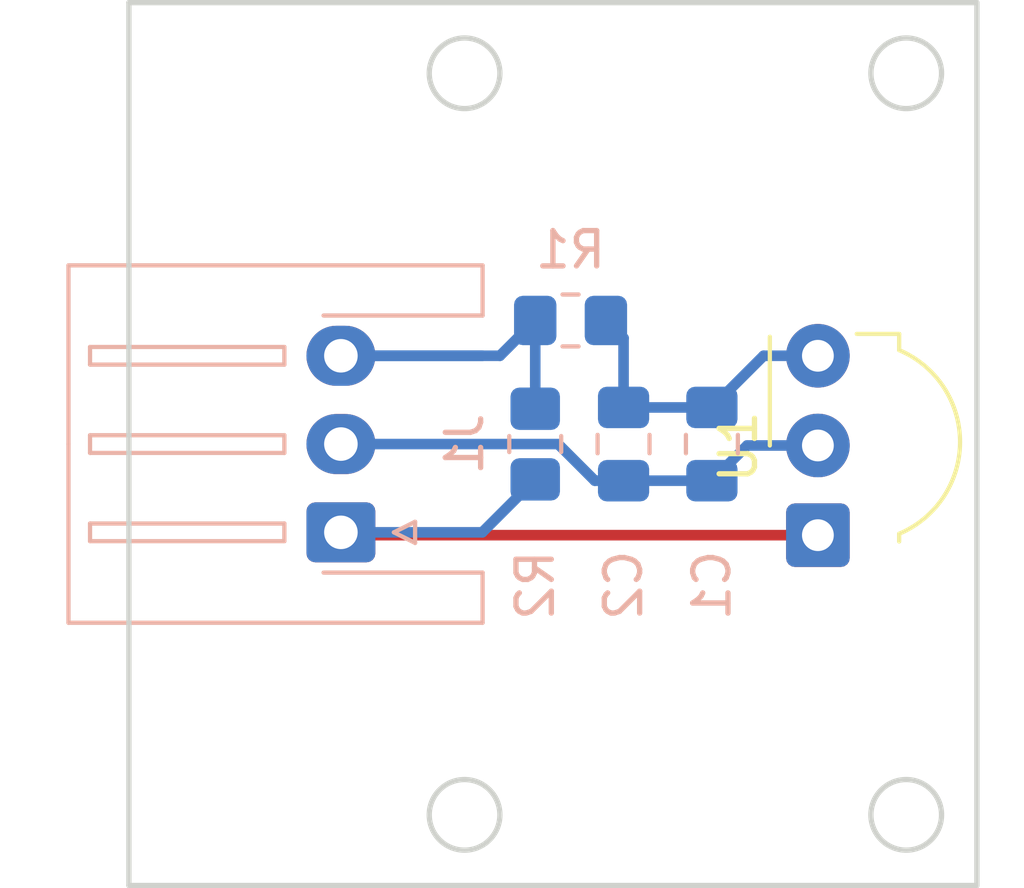
<source format=kicad_pcb>
(kicad_pcb (version 20171130) (host pcbnew 5.1.9-1.fc33)

  (general
    (thickness 1.6)
    (drawings 18)
    (tracks 19)
    (zones 0)
    (modules 6)
    (nets 5)
  )

  (page A4)
  (layers
    (0 F.Cu signal)
    (31 B.Cu signal)
    (32 B.Adhes user)
    (33 F.Adhes user)
    (34 B.Paste user)
    (35 F.Paste user)
    (36 B.SilkS user)
    (37 F.SilkS user)
    (38 B.Mask user)
    (39 F.Mask user)
    (40 Dwgs.User user)
    (41 Cmts.User user)
    (42 Eco1.User user)
    (43 Eco2.User user)
    (44 Edge.Cuts user)
    (45 Margin user)
    (46 B.CrtYd user)
    (47 F.CrtYd user)
    (48 B.Fab user)
    (49 F.Fab user)
  )

  (setup
    (last_trace_width 0.3)
    (trace_clearance 0.2)
    (zone_clearance 0.508)
    (zone_45_only no)
    (trace_min 0.2)
    (via_size 0.8)
    (via_drill 0.4)
    (via_min_size 0.4)
    (via_min_drill 0.3)
    (uvia_size 0.3)
    (uvia_drill 0.1)
    (uvias_allowed no)
    (uvia_min_size 0.2)
    (uvia_min_drill 0.1)
    (edge_width 0.05)
    (segment_width 0.2)
    (pcb_text_width 0.3)
    (pcb_text_size 1.5 1.5)
    (mod_edge_width 0.12)
    (mod_text_size 1 1)
    (mod_text_width 0.15)
    (pad_size 1.524 1.524)
    (pad_drill 0.762)
    (pad_to_mask_clearance 0)
    (aux_axis_origin 0 0)
    (visible_elements FFFFFF7F)
    (pcbplotparams
      (layerselection 0x010fc_ffffffff)
      (usegerberextensions false)
      (usegerberattributes true)
      (usegerberadvancedattributes true)
      (creategerberjobfile true)
      (excludeedgelayer true)
      (linewidth 0.100000)
      (plotframeref false)
      (viasonmask false)
      (mode 1)
      (useauxorigin false)
      (hpglpennumber 1)
      (hpglpenspeed 20)
      (hpglpendiameter 15.000000)
      (psnegative false)
      (psa4output false)
      (plotreference true)
      (plotvalue true)
      (plotinvisibletext false)
      (padsonsilk false)
      (subtractmaskfromsilk false)
      (outputformat 1)
      (mirror false)
      (drillshape 1)
      (scaleselection 1)
      (outputdirectory ""))
  )

  (net 0 "")
  (net 1 "Net-(C1-Pad1)")
  (net 2 "Net-(C1-Pad2)")
  (net 3 "Net-(J1-Pad1)")
  (net 4 "Net-(J1-Pad3)")

  (net_class Default "This is the default net class."
    (clearance 0.2)
    (trace_width 0.3)
    (via_dia 0.8)
    (via_drill 0.4)
    (uvia_dia 0.3)
    (uvia_drill 0.1)
    (add_net "Net-(C1-Pad1)")
    (add_net "Net-(C1-Pad2)")
    (add_net "Net-(J1-Pad1)")
    (add_net "Net-(J1-Pad3)")
  )

  (module Connector_JST:JST_XH_S3B-XH-A-1_1x03_P2.50mm_Horizontal (layer B.Cu) (tedit 5C281476) (tstamp 6071011D)
    (at 48 80 90)
    (descr "JST XH series connector, S3B-XH-A-1 (http://www.jst-mfg.com/product/pdf/eng/eXH.pdf), generated with kicad-footprint-generator")
    (tags "connector JST XH horizontal")
    (path /60714C92)
    (fp_text reference J1 (at 2.5 3.5 270) (layer B.SilkS)
      (effects (font (size 1 1) (thickness 0.15)) (justify mirror))
    )
    (fp_text value Conn_01x03_Male (at 2.5 -8.8 270) (layer B.Fab)
      (effects (font (size 1 1) (thickness 0.15)) (justify mirror))
    )
    (fp_line (start 0 0.4) (end 0.625 -0.6) (layer B.Fab) (width 0.1))
    (fp_line (start -0.625 -0.6) (end 0 0.4) (layer B.Fab) (width 0.1))
    (fp_line (start 0.3 2.1) (end 0 1.5) (layer B.SilkS) (width 0.12))
    (fp_line (start -0.3 2.1) (end 0.3 2.1) (layer B.SilkS) (width 0.12))
    (fp_line (start 0 1.5) (end -0.3 2.1) (layer B.SilkS) (width 0.12))
    (fp_line (start 5.25 -1.6) (end 4.75 -1.6) (layer B.SilkS) (width 0.12))
    (fp_line (start 5.25 -7.1) (end 5.25 -1.6) (layer B.SilkS) (width 0.12))
    (fp_line (start 4.75 -7.1) (end 5.25 -7.1) (layer B.SilkS) (width 0.12))
    (fp_line (start 4.75 -1.6) (end 4.75 -7.1) (layer B.SilkS) (width 0.12))
    (fp_line (start 2.75 -1.6) (end 2.25 -1.6) (layer B.SilkS) (width 0.12))
    (fp_line (start 2.75 -7.1) (end 2.75 -1.6) (layer B.SilkS) (width 0.12))
    (fp_line (start 2.25 -7.1) (end 2.75 -7.1) (layer B.SilkS) (width 0.12))
    (fp_line (start 2.25 -1.6) (end 2.25 -7.1) (layer B.SilkS) (width 0.12))
    (fp_line (start 0.25 -1.6) (end -0.25 -1.6) (layer B.SilkS) (width 0.12))
    (fp_line (start 0.25 -7.1) (end 0.25 -1.6) (layer B.SilkS) (width 0.12))
    (fp_line (start -0.25 -7.1) (end 0.25 -7.1) (layer B.SilkS) (width 0.12))
    (fp_line (start -0.25 -1.6) (end -0.25 -7.1) (layer B.SilkS) (width 0.12))
    (fp_line (start 6.25 -0.6) (end 2.5 -0.6) (layer B.Fab) (width 0.1))
    (fp_line (start 6.25 3.9) (end 6.25 -0.6) (layer B.Fab) (width 0.1))
    (fp_line (start 7.45 3.9) (end 6.25 3.9) (layer B.Fab) (width 0.1))
    (fp_line (start 7.45 -7.6) (end 7.45 3.9) (layer B.Fab) (width 0.1))
    (fp_line (start 2.5 -7.6) (end 7.45 -7.6) (layer B.Fab) (width 0.1))
    (fp_line (start -1.25 -0.6) (end 2.5 -0.6) (layer B.Fab) (width 0.1))
    (fp_line (start -1.25 3.9) (end -1.25 -0.6) (layer B.Fab) (width 0.1))
    (fp_line (start -2.45 3.9) (end -1.25 3.9) (layer B.Fab) (width 0.1))
    (fp_line (start -2.45 -7.6) (end -2.45 3.9) (layer B.Fab) (width 0.1))
    (fp_line (start 2.5 -7.6) (end -2.45 -7.6) (layer B.Fab) (width 0.1))
    (fp_line (start 6.14 4.01) (end 6.14 -0.49) (layer B.SilkS) (width 0.12))
    (fp_line (start 7.56 4.01) (end 6.14 4.01) (layer B.SilkS) (width 0.12))
    (fp_line (start 7.56 -7.71) (end 7.56 4.01) (layer B.SilkS) (width 0.12))
    (fp_line (start 2.5 -7.71) (end 7.56 -7.71) (layer B.SilkS) (width 0.12))
    (fp_line (start -1.14 4.01) (end -1.14 -0.49) (layer B.SilkS) (width 0.12))
    (fp_line (start -2.56 4.01) (end -1.14 4.01) (layer B.SilkS) (width 0.12))
    (fp_line (start -2.56 -7.71) (end -2.56 4.01) (layer B.SilkS) (width 0.12))
    (fp_line (start 2.5 -7.71) (end -2.56 -7.71) (layer B.SilkS) (width 0.12))
    (fp_line (start 7.95 4.4) (end -2.95 4.4) (layer B.CrtYd) (width 0.05))
    (fp_line (start 7.95 -8.1) (end 7.95 4.4) (layer B.CrtYd) (width 0.05))
    (fp_line (start -2.95 -8.1) (end 7.95 -8.1) (layer B.CrtYd) (width 0.05))
    (fp_line (start -2.95 4.4) (end -2.95 -8.1) (layer B.CrtYd) (width 0.05))
    (fp_text user %R (at 2.5 -1.85 270) (layer B.Fab)
      (effects (font (size 1 1) (thickness 0.15)) (justify mirror))
    )
    (pad 1 thru_hole roundrect (at 0 0 90) (size 1.7 1.95) (drill 0.95) (layers *.Cu *.Mask) (roundrect_rratio 0.147059)
      (net 3 "Net-(J1-Pad1)"))
    (pad 2 thru_hole oval (at 2.5 0 90) (size 1.7 1.95) (drill 0.95) (layers *.Cu *.Mask)
      (net 2 "Net-(C1-Pad2)"))
    (pad 3 thru_hole oval (at 5 0 90) (size 1.7 1.95) (drill 0.95) (layers *.Cu *.Mask)
      (net 4 "Net-(J1-Pad3)"))
    (model ${KISYS3DMOD}/Connector_JST.3dshapes/JST_XH_S3B-XH-A-1_1x03_P2.50mm_Horizontal.wrl
      (at (xyz 0 0 0))
      (scale (xyz 1 1 1))
      (rotate (xyz 0 0 0))
    )
  )

  (module OptoDevice:Vishay_MOLD-3Pin (layer F.Cu) (tedit 5B888673) (tstamp 60710156)
    (at 61.5 80.08 90)
    (descr "IR Receiver Vishay TSOP-xxxx, MOLD package, see https://www.vishay.com/docs/82669/tsop32s40f.pdf")
    (tags "IR Receiver Vishay TSOP-xxxx MOLD")
    (path /60710B3A)
    (fp_text reference U1 (at 2.5 -2.25 270) (layer F.SilkS)
      (effects (font (size 1 1) (thickness 0.15)))
    )
    (fp_text value TSDP341xx (at 2.5 5 270) (layer F.Fab)
      (effects (font (size 1 1) (thickness 0.15)))
    )
    (fp_line (start 0.55 -1.25) (end -0.2 -0.5) (layer F.Fab) (width 0.1))
    (fp_line (start 0.04 2.3) (end -0.18 2.3) (layer F.SilkS) (width 0.12))
    (fp_line (start -1.15 -1.5) (end 6.23 -1.5) (layer F.CrtYd) (width 0.05))
    (fp_line (start -1.15 -1.5) (end -1.15 4.13) (layer F.CrtYd) (width 0.05))
    (fp_line (start 6.23 4.13) (end 6.23 -1.5) (layer F.CrtYd) (width 0.05))
    (fp_line (start 6.23 4.13) (end -1.15 4.13) (layer F.CrtYd) (width 0.05))
    (fp_line (start 5.62 -1.36) (end 2.54 -1.36) (layer F.SilkS) (width 0.12))
    (fp_line (start 5.7 2.3) (end 5.24 2.3) (layer F.SilkS) (width 0.12))
    (fp_line (start 5.7 2.3) (end 5.7 1.1) (layer F.SilkS) (width 0.12))
    (fp_line (start 5.6 -1.25) (end 5.6 2.2) (layer F.Fab) (width 0.1))
    (fp_line (start 0.55 -1.25) (end 5.6 -1.25) (layer F.Fab) (width 0.1))
    (fp_line (start -0.2 2.2) (end -0.2 -0.5) (layer F.Fab) (width 0.1))
    (fp_line (start 5.6 2.2) (end -0.2 2.2) (layer F.Fab) (width 0.1))
    (fp_text user %R (at 2.675 1.316 90) (layer F.Fab)
      (effects (font (size 1 1) (thickness 0.15)))
    )
    (fp_arc (start 2.64 1.2) (end 5.24 2.3) (angle 134.1358099) (layer F.SilkS) (width 0.12))
    (fp_arc (start 2.64 1.15) (end 5.14 2.25) (angle 132) (layer F.Fab) (width 0.1))
    (pad 1 thru_hole roundrect (at 0 0 90) (size 1.8 1.8) (drill 0.9) (layers *.Cu *.Mask) (roundrect_rratio 0.138)
      (net 3 "Net-(J1-Pad1)"))
    (pad 2 thru_hole circle (at 2.54 0 90) (size 1.8 1.8) (drill 0.9) (layers *.Cu *.Mask)
      (net 2 "Net-(C1-Pad2)"))
    (pad 3 thru_hole circle (at 5.08 0 90) (size 1.8 1.8) (drill 0.9) (layers *.Cu *.Mask)
      (net 1 "Net-(C1-Pad1)"))
    (model ${KISYS3DMOD}/OptoDevice.3dshapes/Vishay_MOLD-3Pin.wrl
      (at (xyz 0 0 0))
      (scale (xyz 1 1 1))
      (rotate (xyz 0 0 0))
    )
  )

  (module Capacitor_SMD:C_0805_2012Metric_Pad1.18x1.45mm_HandSolder (layer B.Cu) (tedit 5F68FEEF) (tstamp 60713E21)
    (at 58.5 77.5 270)
    (descr "Capacitor SMD 0805 (2012 Metric), square (rectangular) end terminal, IPC_7351 nominal with elongated pad for handsoldering. (Body size source: IPC-SM-782 page 76, https://www.pcb-3d.com/wordpress/wp-content/uploads/ipc-sm-782a_amendment_1_and_2.pdf, https://docs.google.com/spreadsheets/d/1BsfQQcO9C6DZCsRaXUlFlo91Tg2WpOkGARC1WS5S8t0/edit?usp=sharing), generated with kicad-footprint-generator")
    (tags "capacitor handsolder")
    (path /607121C3)
    (attr smd)
    (fp_text reference C1 (at 4 0 90) (layer B.SilkS)
      (effects (font (size 1 1) (thickness 0.15)) (justify mirror))
    )
    (fp_text value 10uF (at 0 -1.68 90) (layer B.Fab)
      (effects (font (size 1 1) (thickness 0.15)) (justify mirror))
    )
    (fp_line (start 1.88 -0.98) (end -1.88 -0.98) (layer B.CrtYd) (width 0.05))
    (fp_line (start 1.88 0.98) (end 1.88 -0.98) (layer B.CrtYd) (width 0.05))
    (fp_line (start -1.88 0.98) (end 1.88 0.98) (layer B.CrtYd) (width 0.05))
    (fp_line (start -1.88 -0.98) (end -1.88 0.98) (layer B.CrtYd) (width 0.05))
    (fp_line (start -0.261252 -0.735) (end 0.261252 -0.735) (layer B.SilkS) (width 0.12))
    (fp_line (start -0.261252 0.735) (end 0.261252 0.735) (layer B.SilkS) (width 0.12))
    (fp_line (start 1 -0.625) (end -1 -0.625) (layer B.Fab) (width 0.1))
    (fp_line (start 1 0.625) (end 1 -0.625) (layer B.Fab) (width 0.1))
    (fp_line (start -1 0.625) (end 1 0.625) (layer B.Fab) (width 0.1))
    (fp_line (start -1 -0.625) (end -1 0.625) (layer B.Fab) (width 0.1))
    (fp_text user %R (at 0 0 90) (layer B.Fab)
      (effects (font (size 0.5 0.5) (thickness 0.08)) (justify mirror))
    )
    (pad 1 smd roundrect (at -1.0375 0 270) (size 1.175 1.45) (layers B.Cu B.Paste B.Mask) (roundrect_rratio 0.212766)
      (net 1 "Net-(C1-Pad1)"))
    (pad 2 smd roundrect (at 1.0375 0 270) (size 1.175 1.45) (layers B.Cu B.Paste B.Mask) (roundrect_rratio 0.212766)
      (net 2 "Net-(C1-Pad2)"))
    (model ${KISYS3DMOD}/Capacitor_SMD.3dshapes/C_0805_2012Metric.wrl
      (at (xyz 0 0 0))
      (scale (xyz 1 1 1))
      (rotate (xyz 0 0 0))
    )
  )

  (module Capacitor_SMD:C_0805_2012Metric_Pad1.18x1.45mm_HandSolder (layer B.Cu) (tedit 5F68FEEF) (tstamp 60713E31)
    (at 56 77.5 270)
    (descr "Capacitor SMD 0805 (2012 Metric), square (rectangular) end terminal, IPC_7351 nominal with elongated pad for handsoldering. (Body size source: IPC-SM-782 page 76, https://www.pcb-3d.com/wordpress/wp-content/uploads/ipc-sm-782a_amendment_1_and_2.pdf, https://docs.google.com/spreadsheets/d/1BsfQQcO9C6DZCsRaXUlFlo91Tg2WpOkGARC1WS5S8t0/edit?usp=sharing), generated with kicad-footprint-generator")
    (tags "capacitor handsolder")
    (path /60712855)
    (attr smd)
    (fp_text reference C2 (at 4 0 90) (layer B.SilkS)
      (effects (font (size 1 1) (thickness 0.15)) (justify mirror))
    )
    (fp_text value 0.1uF (at 0 -1.68 90) (layer B.Fab)
      (effects (font (size 1 1) (thickness 0.15)) (justify mirror))
    )
    (fp_text user %R (at 0 0 90) (layer B.Fab)
      (effects (font (size 0.5 0.5) (thickness 0.08)) (justify mirror))
    )
    (fp_line (start -1 -0.625) (end -1 0.625) (layer B.Fab) (width 0.1))
    (fp_line (start -1 0.625) (end 1 0.625) (layer B.Fab) (width 0.1))
    (fp_line (start 1 0.625) (end 1 -0.625) (layer B.Fab) (width 0.1))
    (fp_line (start 1 -0.625) (end -1 -0.625) (layer B.Fab) (width 0.1))
    (fp_line (start -0.261252 0.735) (end 0.261252 0.735) (layer B.SilkS) (width 0.12))
    (fp_line (start -0.261252 -0.735) (end 0.261252 -0.735) (layer B.SilkS) (width 0.12))
    (fp_line (start -1.88 -0.98) (end -1.88 0.98) (layer B.CrtYd) (width 0.05))
    (fp_line (start -1.88 0.98) (end 1.88 0.98) (layer B.CrtYd) (width 0.05))
    (fp_line (start 1.88 0.98) (end 1.88 -0.98) (layer B.CrtYd) (width 0.05))
    (fp_line (start 1.88 -0.98) (end -1.88 -0.98) (layer B.CrtYd) (width 0.05))
    (pad 2 smd roundrect (at 1.0375 0 270) (size 1.175 1.45) (layers B.Cu B.Paste B.Mask) (roundrect_rratio 0.212766)
      (net 2 "Net-(C1-Pad2)"))
    (pad 1 smd roundrect (at -1.0375 0 270) (size 1.175 1.45) (layers B.Cu B.Paste B.Mask) (roundrect_rratio 0.212766)
      (net 1 "Net-(C1-Pad1)"))
    (model ${KISYS3DMOD}/Capacitor_SMD.3dshapes/C_0805_2012Metric.wrl
      (at (xyz 0 0 0))
      (scale (xyz 1 1 1))
      (rotate (xyz 0 0 0))
    )
  )

  (module Resistor_SMD:R_0805_2012Metric_Pad1.20x1.40mm_HandSolder (layer B.Cu) (tedit 5F68FEEE) (tstamp 60713E41)
    (at 54.5 74)
    (descr "Resistor SMD 0805 (2012 Metric), square (rectangular) end terminal, IPC_7351 nominal with elongated pad for handsoldering. (Body size source: IPC-SM-782 page 72, https://www.pcb-3d.com/wordpress/wp-content/uploads/ipc-sm-782a_amendment_1_and_2.pdf), generated with kicad-footprint-generator")
    (tags "resistor handsolder")
    (path /6071389F)
    (attr smd)
    (fp_text reference R1 (at 0 -2) (layer B.SilkS)
      (effects (font (size 1 1) (thickness 0.15)) (justify mirror))
    )
    (fp_text value 100 (at 0 -1.65) (layer B.Fab)
      (effects (font (size 1 1) (thickness 0.15)) (justify mirror))
    )
    (fp_line (start 1.85 -0.95) (end -1.85 -0.95) (layer B.CrtYd) (width 0.05))
    (fp_line (start 1.85 0.95) (end 1.85 -0.95) (layer B.CrtYd) (width 0.05))
    (fp_line (start -1.85 0.95) (end 1.85 0.95) (layer B.CrtYd) (width 0.05))
    (fp_line (start -1.85 -0.95) (end -1.85 0.95) (layer B.CrtYd) (width 0.05))
    (fp_line (start -0.227064 -0.735) (end 0.227064 -0.735) (layer B.SilkS) (width 0.12))
    (fp_line (start -0.227064 0.735) (end 0.227064 0.735) (layer B.SilkS) (width 0.12))
    (fp_line (start 1 -0.625) (end -1 -0.625) (layer B.Fab) (width 0.1))
    (fp_line (start 1 0.625) (end 1 -0.625) (layer B.Fab) (width 0.1))
    (fp_line (start -1 0.625) (end 1 0.625) (layer B.Fab) (width 0.1))
    (fp_line (start -1 -0.625) (end -1 0.625) (layer B.Fab) (width 0.1))
    (fp_text user %R (at 0 0) (layer B.Fab)
      (effects (font (size 0.5 0.5) (thickness 0.08)) (justify mirror))
    )
    (pad 1 smd roundrect (at -1 0) (size 1.2 1.4) (layers B.Cu B.Paste B.Mask) (roundrect_rratio 0.208333)
      (net 4 "Net-(J1-Pad3)"))
    (pad 2 smd roundrect (at 1 0) (size 1.2 1.4) (layers B.Cu B.Paste B.Mask) (roundrect_rratio 0.208333)
      (net 1 "Net-(C1-Pad1)"))
    (model ${KISYS3DMOD}/Resistor_SMD.3dshapes/R_0805_2012Metric.wrl
      (at (xyz 0 0 0))
      (scale (xyz 1 1 1))
      (rotate (xyz 0 0 0))
    )
  )

  (module Resistor_SMD:R_0805_2012Metric_Pad1.20x1.40mm_HandSolder (layer B.Cu) (tedit 5F68FEEE) (tstamp 60713E51)
    (at 53.5 77.5 90)
    (descr "Resistor SMD 0805 (2012 Metric), square (rectangular) end terminal, IPC_7351 nominal with elongated pad for handsoldering. (Body size source: IPC-SM-782 page 72, https://www.pcb-3d.com/wordpress/wp-content/uploads/ipc-sm-782a_amendment_1_and_2.pdf), generated with kicad-footprint-generator")
    (tags "resistor handsolder")
    (path /60713E8C)
    (attr smd)
    (fp_text reference R2 (at -4 0 90) (layer B.SilkS)
      (effects (font (size 1 1) (thickness 0.15)) (justify mirror))
    )
    (fp_text value 10K (at 0 -1.65 90) (layer B.Fab)
      (effects (font (size 1 1) (thickness 0.15)) (justify mirror))
    )
    (fp_text user %R (at 0 0 90) (layer B.Fab)
      (effects (font (size 0.5 0.5) (thickness 0.08)) (justify mirror))
    )
    (fp_line (start -1 -0.625) (end -1 0.625) (layer B.Fab) (width 0.1))
    (fp_line (start -1 0.625) (end 1 0.625) (layer B.Fab) (width 0.1))
    (fp_line (start 1 0.625) (end 1 -0.625) (layer B.Fab) (width 0.1))
    (fp_line (start 1 -0.625) (end -1 -0.625) (layer B.Fab) (width 0.1))
    (fp_line (start -0.227064 0.735) (end 0.227064 0.735) (layer B.SilkS) (width 0.12))
    (fp_line (start -0.227064 -0.735) (end 0.227064 -0.735) (layer B.SilkS) (width 0.12))
    (fp_line (start -1.85 -0.95) (end -1.85 0.95) (layer B.CrtYd) (width 0.05))
    (fp_line (start -1.85 0.95) (end 1.85 0.95) (layer B.CrtYd) (width 0.05))
    (fp_line (start 1.85 0.95) (end 1.85 -0.95) (layer B.CrtYd) (width 0.05))
    (fp_line (start 1.85 -0.95) (end -1.85 -0.95) (layer B.CrtYd) (width 0.05))
    (pad 2 smd roundrect (at 1 0 90) (size 1.2 1.4) (layers B.Cu B.Paste B.Mask) (roundrect_rratio 0.208333)
      (net 4 "Net-(J1-Pad3)"))
    (pad 1 smd roundrect (at -1 0 90) (size 1.2 1.4) (layers B.Cu B.Paste B.Mask) (roundrect_rratio 0.208333)
      (net 3 "Net-(J1-Pad1)"))
    (model ${KISYS3DMOD}/Resistor_SMD.3dshapes/R_0805_2012Metric.wrl
      (at (xyz 0 0 0))
      (scale (xyz 1 1 1))
      (rotate (xyz 0 0 0))
    )
  )

  (gr_line (start 47.9 80.09) (end 44.5 80.09) (layer F.Fab) (width 0.15) (tstamp 6070E52D))
  (gr_line (start 47.9 77.55) (end 44.5 77.55) (layer F.Fab) (width 0.15) (tstamp 6070E527))
  (gr_line (start 47.9 75.01) (end 44.5 75.01) (layer F.Fab) (width 0.15) (tstamp 6070E52A))
  (gr_circle (center 51.45 77.55) (end 51.45 78.964214) (layer F.Fab) (width 0.15) (tstamp 6070E5F2))
  (gr_line (start 47.9 74.5) (end 47.9 80.5) (layer F.Fab) (width 0.15))
  (gr_line (start 47.9 74.5) (end 55 74.5) (layer F.Fab) (width 0.15) (tstamp 6070E392))
  (gr_line (start 55 80.5) (end 47.9 80.5) (layer F.Fab) (width 0.15))
  (gr_line (start 55 74.5) (end 55 80.5) (layer F.Fab) (width 0.15))
  (gr_line (start 50 79) (end 53 76) (layer F.Fab) (width 0.15) (tstamp 60704725))
  (gr_line (start 50 76) (end 53 79) (layer F.Fab) (width 0.15))
  (gr_circle (center 51.5 67) (end 50.5 67) (layer Edge.Cuts) (width 0.15) (tstamp 6070435C))
  (gr_circle (center 51.5 88) (end 50.5 88) (layer Edge.Cuts) (width 0.15) (tstamp 6070435B))
  (gr_circle (center 64 67) (end 63 67) (layer Edge.Cuts) (width 0.15) (tstamp 6070434C))
  (gr_circle (center 64 88) (end 63 88) (layer Edge.Cuts) (width 0.15) (tstamp 6070430A))
  (gr_line (start 42 90) (end 66 90) (layer Edge.Cuts) (width 0.15) (tstamp 607042CB))
  (gr_line (start 42 65) (end 42 90) (layer Edge.Cuts) (width 0.15) (tstamp 607042C5))
  (gr_line (start 66 65) (end 42 65) (layer Edge.Cuts) (width 0.15) (tstamp 607042C2))
  (gr_line (start 66 90) (end 66 65) (layer Edge.Cuts) (width 0.15) (tstamp 607042C8))

  (segment (start 59.9625 75) (end 58.5 76.4625) (width 0.3) (layer B.Cu) (net 1))
  (segment (start 61.5 75) (end 59.9625 75) (width 0.3) (layer B.Cu) (net 1))
  (segment (start 58.5 76.4625) (end 56 76.4625) (width 0.3) (layer B.Cu) (net 1))
  (segment (start 56 74.5) (end 55.5 74) (width 0.3) (layer B.Cu) (net 1))
  (segment (start 56 76.4625) (end 56 74.5) (width 0.3) (layer B.Cu) (net 1))
  (segment (start 59.4975 77.54) (end 58.5 78.5375) (width 0.3) (layer B.Cu) (net 2))
  (segment (start 61.5 77.54) (end 59.4975 77.54) (width 0.3) (layer B.Cu) (net 2))
  (segment (start 55.186046 78.5375) (end 56 78.5375) (width 0.3) (layer B.Cu) (net 2))
  (segment (start 54.148546 77.5) (end 55.186046 78.5375) (width 0.3) (layer B.Cu) (net 2))
  (segment (start 48 77.5) (end 54.148546 77.5) (width 0.3) (layer B.Cu) (net 2))
  (segment (start 56 78.5375) (end 58.5 78.5375) (width 0.3) (layer B.Cu) (net 2))
  (segment (start 48.08 80.08) (end 48 80) (width 0.3) (layer F.Cu) (net 3))
  (segment (start 61.5 80.08) (end 48.08 80.08) (width 0.3) (layer F.Cu) (net 3))
  (segment (start 52 80) (end 53.5 78.5) (width 0.3) (layer B.Cu) (net 3))
  (segment (start 48 80) (end 52 80) (width 0.3) (layer B.Cu) (net 3))
  (segment (start 48 75) (end 52 75) (width 0.3) (layer B.Cu) (net 4))
  (segment (start 53.5 76.5) (end 53.5 74) (width 0.3) (layer B.Cu) (net 4))
  (segment (start 52.5 75) (end 53.5 74) (width 0.3) (layer B.Cu) (net 4))
  (segment (start 48 75) (end 52.5 75) (width 0.3) (layer B.Cu) (net 4))

)

</source>
